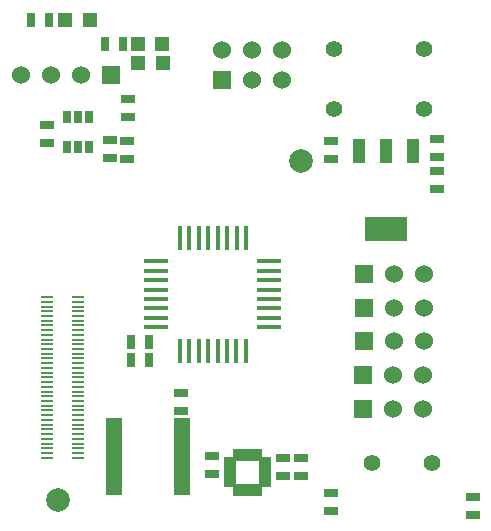
<source format=gts>
G04 (created by PCBNEW (2013-07-07 BZR 4022)-stable) date 9/19/2015 9:10:54 AM*
%MOIN*%
G04 Gerber Fmt 3.4, Leading zero omitted, Abs format*
%FSLAX34Y34*%
G01*
G70*
G90*
G04 APERTURE LIST*
%ADD10C,0.00590551*%
%ADD11R,0.054748X0.027748*%
%ADD12R,0.0787X0.0177*%
%ADD13R,0.0177X0.0787*%
%ADD14C,0.055*%
%ADD15R,0.144X0.08*%
%ADD16R,0.04X0.08*%
%ADD17R,0.045X0.025*%
%ADD18R,0.025X0.045*%
%ADD19R,0.0393701X0.0248031*%
%ADD20R,0.0248031X0.0393701*%
%ADD21R,0.06X0.06*%
%ADD22C,0.06*%
%ADD23R,0.0472X0.0472*%
%ADD24C,0.056*%
%ADD25C,0.0787*%
%ADD26R,0.0448X0.0078*%
%ADD27R,0.0276X0.0394*%
G04 APERTURE END LIST*
G54D10*
G54D11*
X45805Y-38167D03*
X45805Y-38422D03*
X45805Y-38678D03*
X45805Y-38934D03*
X45805Y-39190D03*
X45805Y-39446D03*
X45805Y-39702D03*
X45805Y-39958D03*
X48103Y-39958D03*
X48103Y-39702D03*
X48103Y-39446D03*
X48103Y-39190D03*
X48103Y-38934D03*
X48103Y-38678D03*
X48103Y-38422D03*
X48103Y-38167D03*
X45805Y-40214D03*
X45805Y-40470D03*
X48103Y-40214D03*
X48103Y-40470D03*
G54D12*
X51000Y-32824D03*
X51000Y-33139D03*
X51000Y-33454D03*
X51000Y-33769D03*
X51000Y-34084D03*
X51000Y-34399D03*
X51000Y-34714D03*
X51000Y-35029D03*
X47234Y-35027D03*
X47234Y-32817D03*
X47234Y-33137D03*
X47234Y-33457D03*
X47234Y-33767D03*
X47234Y-34087D03*
X47234Y-34397D03*
X47234Y-34717D03*
G54D13*
X50216Y-35817D03*
X49902Y-35817D03*
X49586Y-35817D03*
X49272Y-35817D03*
X48956Y-35817D03*
X48642Y-35817D03*
X48326Y-35817D03*
X48012Y-35817D03*
X50214Y-32037D03*
X49904Y-32037D03*
X49584Y-32037D03*
X49274Y-32037D03*
X48964Y-32037D03*
X48644Y-32037D03*
X48324Y-32037D03*
X48004Y-32037D03*
G54D14*
X53151Y-27763D03*
X53151Y-25763D03*
X56151Y-27763D03*
X56151Y-25763D03*
G54D15*
X54872Y-31756D03*
G54D16*
X54872Y-29156D03*
X53972Y-29156D03*
X55772Y-29156D03*
G54D17*
X57777Y-40670D03*
X57777Y-41270D03*
X53053Y-40544D03*
X53053Y-41144D03*
X52045Y-39976D03*
X52045Y-39376D03*
X51438Y-39980D03*
X51438Y-39380D03*
X48064Y-37203D03*
X48064Y-37803D03*
X49080Y-39929D03*
X49080Y-39329D03*
X43588Y-28274D03*
X43588Y-28874D03*
X56596Y-29809D03*
X56596Y-30409D03*
X56596Y-28751D03*
X56596Y-29351D03*
X46273Y-27400D03*
X46273Y-28000D03*
G54D18*
X46373Y-35500D03*
X46973Y-35500D03*
X46991Y-36107D03*
X46391Y-36107D03*
G54D17*
X46265Y-28802D03*
X46265Y-29402D03*
X45675Y-28786D03*
X45675Y-29386D03*
X53053Y-28804D03*
X53053Y-29404D03*
G54D18*
X45505Y-25586D03*
X46105Y-25586D03*
G54D19*
X50860Y-40251D03*
X50860Y-40094D03*
X50860Y-39936D03*
X50860Y-39779D03*
X50860Y-39621D03*
X50860Y-39464D03*
G54D20*
X50663Y-39267D03*
X50505Y-39267D03*
X50348Y-39267D03*
X50190Y-39267D03*
X50033Y-39267D03*
X49875Y-39267D03*
G54D19*
X49679Y-39464D03*
X49679Y-39621D03*
X49679Y-39779D03*
X49679Y-39936D03*
X49679Y-40094D03*
X49679Y-40251D03*
G54D20*
X49875Y-40448D03*
X50033Y-40448D03*
X50190Y-40448D03*
X50348Y-40448D03*
X50505Y-40448D03*
X50663Y-40448D03*
G54D21*
X45710Y-26629D03*
G54D22*
X44710Y-26629D03*
X43710Y-26629D03*
X42710Y-26629D03*
G54D21*
X49419Y-26767D03*
G54D22*
X49419Y-25767D03*
X50419Y-26767D03*
X50419Y-25767D03*
X51419Y-26767D03*
X51419Y-25767D03*
G54D21*
X54131Y-37735D03*
G54D22*
X55131Y-37735D03*
X56131Y-37735D03*
G54D21*
X54131Y-36602D03*
G54D22*
X55131Y-36602D03*
X56131Y-36602D03*
G54D21*
X54139Y-35487D03*
G54D22*
X55139Y-35487D03*
X56139Y-35487D03*
G54D21*
X54139Y-34373D03*
G54D22*
X55139Y-34373D03*
X56139Y-34373D03*
G54D21*
X54159Y-33263D03*
G54D22*
X55159Y-33263D03*
X56159Y-33263D03*
G54D23*
X46604Y-25578D03*
X47430Y-25578D03*
X46632Y-26228D03*
X47458Y-26228D03*
G54D24*
X54415Y-39544D03*
X56415Y-39544D03*
G54D25*
X52068Y-29492D03*
X43958Y-40787D03*
G54D26*
X43584Y-39374D03*
X44623Y-39374D03*
X43584Y-39216D03*
X44623Y-39216D03*
X43584Y-39059D03*
X44623Y-39059D03*
X43584Y-38901D03*
X44623Y-38901D03*
X43584Y-38744D03*
X44623Y-38744D03*
X43584Y-38586D03*
X44623Y-38586D03*
X43584Y-38429D03*
X44623Y-38429D03*
X43584Y-38271D03*
X44623Y-38271D03*
X43584Y-38114D03*
X44623Y-38114D03*
X43584Y-37956D03*
X44623Y-37956D03*
X43584Y-37799D03*
X44623Y-37799D03*
X43584Y-37641D03*
X44623Y-37641D03*
X43584Y-37484D03*
X44623Y-37484D03*
X43584Y-37326D03*
X44623Y-37326D03*
X43584Y-37169D03*
X44623Y-37169D03*
X43584Y-37011D03*
X44623Y-37011D03*
X43584Y-36854D03*
X44623Y-36854D03*
X43584Y-36696D03*
X44623Y-36696D03*
X43584Y-36539D03*
X44623Y-36539D03*
X43584Y-36381D03*
X44623Y-36381D03*
X43584Y-36224D03*
X44623Y-36224D03*
X43584Y-36066D03*
X44623Y-36066D03*
X43584Y-35909D03*
X44623Y-35909D03*
X43584Y-35752D03*
X44623Y-35752D03*
X43584Y-35594D03*
X44623Y-35594D03*
X43584Y-35437D03*
X44623Y-35437D03*
X43584Y-35279D03*
X44623Y-35279D03*
X43584Y-35122D03*
X44623Y-35122D03*
X43584Y-34964D03*
X44623Y-34964D03*
X43584Y-34807D03*
X44623Y-34807D03*
X43584Y-34649D03*
X44623Y-34649D03*
X43584Y-34492D03*
X44623Y-34492D03*
X43584Y-34334D03*
X44623Y-34334D03*
X43584Y-34177D03*
X44623Y-34177D03*
X43584Y-34019D03*
X44623Y-34019D03*
G54D27*
X44249Y-28011D03*
X44624Y-28011D03*
X44999Y-28011D03*
X44999Y-29011D03*
X44624Y-29011D03*
X44249Y-29011D03*
G54D18*
X43053Y-24786D03*
X43653Y-24786D03*
G54D23*
X44191Y-24777D03*
X45017Y-24777D03*
M02*

</source>
